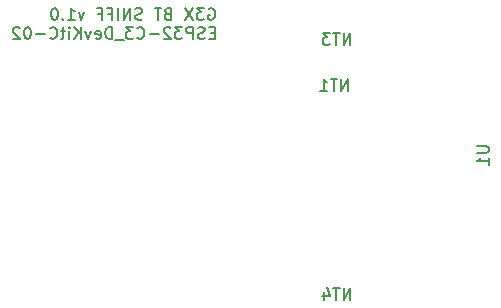
<source format=gbr>
%TF.GenerationSoftware,KiCad,Pcbnew,(6.0.6-0)*%
%TF.CreationDate,2022-08-03T21:57:51-07:00*%
%TF.ProjectId,sd_bt_streamer,73645f62-745f-4737-9472-65616d65722e,rev?*%
%TF.SameCoordinates,Original*%
%TF.FileFunction,Legend,Bot*%
%TF.FilePolarity,Positive*%
%FSLAX46Y46*%
G04 Gerber Fmt 4.6, Leading zero omitted, Abs format (unit mm)*
G04 Created by KiCad (PCBNEW (6.0.6-0)) date 2022-08-03 21:57:51*
%MOMM*%
%LPD*%
G01*
G04 APERTURE LIST*
%ADD10C,0.150000*%
G04 APERTURE END LIST*
D10*
X169240595Y-69095000D02*
X169335833Y-69047380D01*
X169478690Y-69047380D01*
X169621547Y-69095000D01*
X169716785Y-69190238D01*
X169764404Y-69285476D01*
X169812023Y-69475952D01*
X169812023Y-69618809D01*
X169764404Y-69809285D01*
X169716785Y-69904523D01*
X169621547Y-69999761D01*
X169478690Y-70047380D01*
X169383452Y-70047380D01*
X169240595Y-69999761D01*
X169192976Y-69952142D01*
X169192976Y-69618809D01*
X169383452Y-69618809D01*
X168859642Y-69047380D02*
X168240595Y-69047380D01*
X168573928Y-69428333D01*
X168431071Y-69428333D01*
X168335833Y-69475952D01*
X168288214Y-69523571D01*
X168240595Y-69618809D01*
X168240595Y-69856904D01*
X168288214Y-69952142D01*
X168335833Y-69999761D01*
X168431071Y-70047380D01*
X168716785Y-70047380D01*
X168812023Y-69999761D01*
X168859642Y-69952142D01*
X167907261Y-69047380D02*
X167240595Y-70047380D01*
X167240595Y-69047380D02*
X167907261Y-70047380D01*
X165764404Y-69523571D02*
X165621547Y-69571190D01*
X165573928Y-69618809D01*
X165526309Y-69714047D01*
X165526309Y-69856904D01*
X165573928Y-69952142D01*
X165621547Y-69999761D01*
X165716785Y-70047380D01*
X166097738Y-70047380D01*
X166097738Y-69047380D01*
X165764404Y-69047380D01*
X165669166Y-69095000D01*
X165621547Y-69142619D01*
X165573928Y-69237857D01*
X165573928Y-69333095D01*
X165621547Y-69428333D01*
X165669166Y-69475952D01*
X165764404Y-69523571D01*
X166097738Y-69523571D01*
X165240595Y-69047380D02*
X164669166Y-69047380D01*
X164954880Y-70047380D02*
X164954880Y-69047380D01*
X163621547Y-69999761D02*
X163478690Y-70047380D01*
X163240595Y-70047380D01*
X163145357Y-69999761D01*
X163097738Y-69952142D01*
X163050119Y-69856904D01*
X163050119Y-69761666D01*
X163097738Y-69666428D01*
X163145357Y-69618809D01*
X163240595Y-69571190D01*
X163431071Y-69523571D01*
X163526309Y-69475952D01*
X163573928Y-69428333D01*
X163621547Y-69333095D01*
X163621547Y-69237857D01*
X163573928Y-69142619D01*
X163526309Y-69095000D01*
X163431071Y-69047380D01*
X163192976Y-69047380D01*
X163050119Y-69095000D01*
X162621547Y-70047380D02*
X162621547Y-69047380D01*
X162050119Y-70047380D01*
X162050119Y-69047380D01*
X161573928Y-70047380D02*
X161573928Y-69047380D01*
X160764404Y-69523571D02*
X161097738Y-69523571D01*
X161097738Y-70047380D02*
X161097738Y-69047380D01*
X160621547Y-69047380D01*
X159907261Y-69523571D02*
X160240595Y-69523571D01*
X160240595Y-70047380D02*
X160240595Y-69047380D01*
X159764404Y-69047380D01*
X158716785Y-69380714D02*
X158478690Y-70047380D01*
X158240595Y-69380714D01*
X157335833Y-70047380D02*
X157907261Y-70047380D01*
X157621547Y-70047380D02*
X157621547Y-69047380D01*
X157716785Y-69190238D01*
X157812023Y-69285476D01*
X157907261Y-69333095D01*
X156907261Y-69952142D02*
X156859642Y-69999761D01*
X156907261Y-70047380D01*
X156954880Y-69999761D01*
X156907261Y-69952142D01*
X156907261Y-70047380D01*
X156240595Y-69047380D02*
X156145357Y-69047380D01*
X156050119Y-69095000D01*
X156002500Y-69142619D01*
X155954880Y-69237857D01*
X155907261Y-69428333D01*
X155907261Y-69666428D01*
X155954880Y-69856904D01*
X156002500Y-69952142D01*
X156050119Y-69999761D01*
X156145357Y-70047380D01*
X156240595Y-70047380D01*
X156335833Y-69999761D01*
X156383452Y-69952142D01*
X156431071Y-69856904D01*
X156478690Y-69666428D01*
X156478690Y-69428333D01*
X156431071Y-69237857D01*
X156383452Y-69142619D01*
X156335833Y-69095000D01*
X156240595Y-69047380D01*
X169764404Y-71133571D02*
X169431071Y-71133571D01*
X169288214Y-71657380D02*
X169764404Y-71657380D01*
X169764404Y-70657380D01*
X169288214Y-70657380D01*
X168907261Y-71609761D02*
X168764404Y-71657380D01*
X168526309Y-71657380D01*
X168431071Y-71609761D01*
X168383452Y-71562142D01*
X168335833Y-71466904D01*
X168335833Y-71371666D01*
X168383452Y-71276428D01*
X168431071Y-71228809D01*
X168526309Y-71181190D01*
X168716785Y-71133571D01*
X168812023Y-71085952D01*
X168859642Y-71038333D01*
X168907261Y-70943095D01*
X168907261Y-70847857D01*
X168859642Y-70752619D01*
X168812023Y-70705000D01*
X168716785Y-70657380D01*
X168478690Y-70657380D01*
X168335833Y-70705000D01*
X167907261Y-71657380D02*
X167907261Y-70657380D01*
X167526309Y-70657380D01*
X167431071Y-70705000D01*
X167383452Y-70752619D01*
X167335833Y-70847857D01*
X167335833Y-70990714D01*
X167383452Y-71085952D01*
X167431071Y-71133571D01*
X167526309Y-71181190D01*
X167907261Y-71181190D01*
X167002500Y-70657380D02*
X166383452Y-70657380D01*
X166716785Y-71038333D01*
X166573928Y-71038333D01*
X166478690Y-71085952D01*
X166431071Y-71133571D01*
X166383452Y-71228809D01*
X166383452Y-71466904D01*
X166431071Y-71562142D01*
X166478690Y-71609761D01*
X166573928Y-71657380D01*
X166859642Y-71657380D01*
X166954880Y-71609761D01*
X167002500Y-71562142D01*
X166002500Y-70752619D02*
X165954880Y-70705000D01*
X165859642Y-70657380D01*
X165621547Y-70657380D01*
X165526309Y-70705000D01*
X165478690Y-70752619D01*
X165431071Y-70847857D01*
X165431071Y-70943095D01*
X165478690Y-71085952D01*
X166050119Y-71657380D01*
X165431071Y-71657380D01*
X165002500Y-71276428D02*
X164240595Y-71276428D01*
X163192976Y-71562142D02*
X163240595Y-71609761D01*
X163383452Y-71657380D01*
X163478690Y-71657380D01*
X163621547Y-71609761D01*
X163716785Y-71514523D01*
X163764404Y-71419285D01*
X163812023Y-71228809D01*
X163812023Y-71085952D01*
X163764404Y-70895476D01*
X163716785Y-70800238D01*
X163621547Y-70705000D01*
X163478690Y-70657380D01*
X163383452Y-70657380D01*
X163240595Y-70705000D01*
X163192976Y-70752619D01*
X162859642Y-70657380D02*
X162240595Y-70657380D01*
X162573928Y-71038333D01*
X162431071Y-71038333D01*
X162335833Y-71085952D01*
X162288214Y-71133571D01*
X162240595Y-71228809D01*
X162240595Y-71466904D01*
X162288214Y-71562142D01*
X162335833Y-71609761D01*
X162431071Y-71657380D01*
X162716785Y-71657380D01*
X162812023Y-71609761D01*
X162859642Y-71562142D01*
X162050119Y-71752619D02*
X161288214Y-71752619D01*
X161050119Y-71657380D02*
X161050119Y-70657380D01*
X160812023Y-70657380D01*
X160669166Y-70705000D01*
X160573928Y-70800238D01*
X160526309Y-70895476D01*
X160478690Y-71085952D01*
X160478690Y-71228809D01*
X160526309Y-71419285D01*
X160573928Y-71514523D01*
X160669166Y-71609761D01*
X160812023Y-71657380D01*
X161050119Y-71657380D01*
X159669166Y-71609761D02*
X159764404Y-71657380D01*
X159954880Y-71657380D01*
X160050119Y-71609761D01*
X160097738Y-71514523D01*
X160097738Y-71133571D01*
X160050119Y-71038333D01*
X159954880Y-70990714D01*
X159764404Y-70990714D01*
X159669166Y-71038333D01*
X159621547Y-71133571D01*
X159621547Y-71228809D01*
X160097738Y-71324047D01*
X159288214Y-70990714D02*
X159050119Y-71657380D01*
X158812023Y-70990714D01*
X158431071Y-71657380D02*
X158431071Y-70657380D01*
X157859642Y-71657380D02*
X158288214Y-71085952D01*
X157859642Y-70657380D02*
X158431071Y-71228809D01*
X157431071Y-71657380D02*
X157431071Y-70990714D01*
X157431071Y-70657380D02*
X157478690Y-70705000D01*
X157431071Y-70752619D01*
X157383452Y-70705000D01*
X157431071Y-70657380D01*
X157431071Y-70752619D01*
X157097738Y-70990714D02*
X156716785Y-70990714D01*
X156954880Y-70657380D02*
X156954880Y-71514523D01*
X156907261Y-71609761D01*
X156812023Y-71657380D01*
X156716785Y-71657380D01*
X155812023Y-71562142D02*
X155859642Y-71609761D01*
X156002500Y-71657380D01*
X156097738Y-71657380D01*
X156240595Y-71609761D01*
X156335833Y-71514523D01*
X156383452Y-71419285D01*
X156431071Y-71228809D01*
X156431071Y-71085952D01*
X156383452Y-70895476D01*
X156335833Y-70800238D01*
X156240595Y-70705000D01*
X156097738Y-70657380D01*
X156002500Y-70657380D01*
X155859642Y-70705000D01*
X155812023Y-70752619D01*
X155383452Y-71276428D02*
X154621547Y-71276428D01*
X153954880Y-70657380D02*
X153859642Y-70657380D01*
X153764404Y-70705000D01*
X153716785Y-70752619D01*
X153669166Y-70847857D01*
X153621547Y-71038333D01*
X153621547Y-71276428D01*
X153669166Y-71466904D01*
X153716785Y-71562142D01*
X153764404Y-71609761D01*
X153859642Y-71657380D01*
X153954880Y-71657380D01*
X154050119Y-71609761D01*
X154097738Y-71562142D01*
X154145357Y-71466904D01*
X154192976Y-71276428D01*
X154192976Y-71038333D01*
X154145357Y-70847857D01*
X154097738Y-70752619D01*
X154050119Y-70705000D01*
X153954880Y-70657380D01*
X153240595Y-70752619D02*
X153192976Y-70705000D01*
X153097738Y-70657380D01*
X152859642Y-70657380D01*
X152764404Y-70705000D01*
X152716785Y-70752619D01*
X152669166Y-70847857D01*
X152669166Y-70943095D01*
X152716785Y-71085952D01*
X153288214Y-71657380D01*
X152669166Y-71657380D01*
%TO.C,U1*%
X191952380Y-80738095D02*
X192761904Y-80738095D01*
X192857142Y-80785714D01*
X192904761Y-80833333D01*
X192952380Y-80928571D01*
X192952380Y-81119047D01*
X192904761Y-81214285D01*
X192857142Y-81261904D01*
X192761904Y-81309523D01*
X191952380Y-81309523D01*
X192952380Y-82309523D02*
X192952380Y-81738095D01*
X192952380Y-82023809D02*
X191952380Y-82023809D01*
X192095238Y-81928571D01*
X192190476Y-81833333D01*
X192238095Y-81738095D01*
%TO.C,NT1*%
X181042857Y-76052380D02*
X181042857Y-75052380D01*
X180471428Y-76052380D01*
X180471428Y-75052380D01*
X180138095Y-75052380D02*
X179566666Y-75052380D01*
X179852380Y-76052380D02*
X179852380Y-75052380D01*
X178709523Y-76052380D02*
X179280952Y-76052380D01*
X178995238Y-76052380D02*
X178995238Y-75052380D01*
X179090476Y-75195238D01*
X179185714Y-75290476D01*
X179280952Y-75338095D01*
%TO.C,NT3*%
X181242857Y-72152380D02*
X181242857Y-71152380D01*
X180671428Y-72152380D01*
X180671428Y-71152380D01*
X180338095Y-71152380D02*
X179766666Y-71152380D01*
X180052380Y-72152380D02*
X180052380Y-71152380D01*
X179528571Y-71152380D02*
X178909523Y-71152380D01*
X179242857Y-71533333D01*
X179100000Y-71533333D01*
X179004761Y-71580952D01*
X178957142Y-71628571D01*
X178909523Y-71723809D01*
X178909523Y-71961904D01*
X178957142Y-72057142D01*
X179004761Y-72104761D01*
X179100000Y-72152380D01*
X179385714Y-72152380D01*
X179480952Y-72104761D01*
X179528571Y-72057142D01*
%TO.C,NT4*%
X181242857Y-93752380D02*
X181242857Y-92752380D01*
X180671428Y-93752380D01*
X180671428Y-92752380D01*
X180338095Y-92752380D02*
X179766666Y-92752380D01*
X180052380Y-93752380D02*
X180052380Y-92752380D01*
X179004761Y-93085714D02*
X179004761Y-93752380D01*
X179242857Y-92704761D02*
X179480952Y-93419047D01*
X178861904Y-93419047D01*
%TD*%
M02*

</source>
